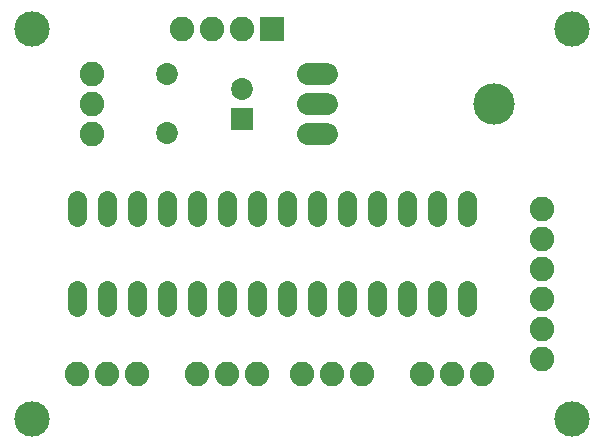
<source format=gts>
G75*
G70*
%OFA0B0*%
%FSLAX24Y24*%
%IPPOS*%
%LPD*%
%AMOC8*
5,1,8,0,0,1.08239X$1,22.5*
%
%ADD10C,0.1182*%
%ADD11C,0.0820*%
%ADD12C,0.0640*%
%ADD13C,0.0730*%
%ADD14R,0.0730X0.0730*%
%ADD15C,0.0720*%
%ADD16C,0.1380*%
%ADD17R,0.0820X0.0820*%
D10*
X001181Y001181D03*
X001181Y014181D03*
X019181Y014181D03*
X019181Y001181D03*
D11*
X018181Y003181D03*
X018181Y004181D03*
X018181Y005181D03*
X018181Y006181D03*
X018181Y007181D03*
X018181Y008181D03*
X016181Y002681D03*
X015181Y002681D03*
X014181Y002681D03*
X012181Y002681D03*
X011181Y002681D03*
X010181Y002681D03*
X008681Y002681D03*
X007681Y002681D03*
X006681Y002681D03*
X004681Y002681D03*
X003681Y002681D03*
X002681Y002681D03*
X003181Y010681D03*
X003181Y011681D03*
X003181Y012681D03*
X006181Y014181D03*
X007181Y014181D03*
X008181Y014181D03*
D12*
X007681Y008461D02*
X007681Y007901D01*
X006681Y007901D02*
X006681Y008461D01*
X005681Y008461D02*
X005681Y007901D01*
X004681Y007901D02*
X004681Y008461D01*
X003681Y008461D02*
X003681Y007901D01*
X002681Y007901D02*
X002681Y008461D01*
X002681Y005461D02*
X002681Y004901D01*
X003681Y004901D02*
X003681Y005461D01*
X004681Y005461D02*
X004681Y004901D01*
X005681Y004901D02*
X005681Y005461D01*
X006681Y005461D02*
X006681Y004901D01*
X007681Y004901D02*
X007681Y005461D01*
X008681Y005461D02*
X008681Y004901D01*
X009681Y004901D02*
X009681Y005461D01*
X010681Y005461D02*
X010681Y004901D01*
X011681Y004901D02*
X011681Y005461D01*
X012681Y005461D02*
X012681Y004901D01*
X013681Y004901D02*
X013681Y005461D01*
X014681Y005461D02*
X014681Y004901D01*
X015681Y004901D02*
X015681Y005461D01*
X015681Y007901D02*
X015681Y008461D01*
X014681Y008461D02*
X014681Y007901D01*
X013681Y007901D02*
X013681Y008461D01*
X012681Y008461D02*
X012681Y007901D01*
X011681Y007901D02*
X011681Y008461D01*
X010681Y008461D02*
X010681Y007901D01*
X009681Y007901D02*
X009681Y008461D01*
X008681Y008461D02*
X008681Y007901D01*
D13*
X005681Y010697D03*
X005681Y012666D03*
X008181Y012181D03*
D14*
X008181Y011181D03*
D15*
X010361Y010681D02*
X011001Y010681D01*
X011001Y011681D02*
X010361Y011681D01*
X010361Y012681D02*
X011001Y012681D01*
D16*
X016581Y011681D03*
D17*
X009181Y014181D03*
M02*

</source>
